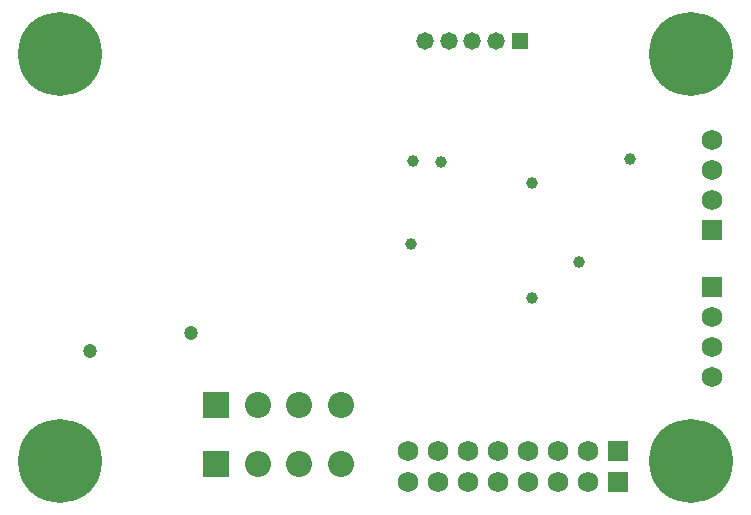
<source format=gbr>
%FSTAX23Y23*%
%MOIN*%
%SFA1B1*%

%IPPOS*%
%ADD39C,0.068000*%
%ADD40R,0.068000X0.068000*%
%ADD41C,0.058000*%
%ADD42R,0.058000X0.058000*%
%ADD43C,0.086740*%
%ADD44R,0.086740X0.086740*%
%ADD45R,0.068000X0.068000*%
%ADD46C,0.279654*%
%ADD47C,0.047370*%
%ADD48C,0.039496*%
%LNpcb1_soldermask_bot-1*%
%LPD*%
G54D39*
X01504Y00073D03*
X01604D03*
X01704D03*
X01904D03*
X01804D03*
X01404D03*
X01304D03*
X01504Y00174D03*
X01604D03*
X01704D03*
X01904D03*
X01804D03*
X01404D03*
X01304D03*
X02316Y00522D03*
Y00622D03*
Y00422D03*
X02318Y01113D03*
Y01013D03*
Y01213D03*
G54D40*
X02004Y00073D03*
Y00174D03*
G54D41*
X01361Y01541D03*
X0144D03*
X01518D03*
X01597D03*
G54D42*
X01676Y01541D03*
G54D43*
X00941Y00131D03*
X00803D03*
Y00328D03*
X00941D03*
X01079D03*
Y00131D03*
G54D44*
X00665Y00131D03*
Y00328D03*
G54D45*
X02316Y00722D03*
X02318Y00913D03*
G54D46*
X00143Y00143D03*
Y015D03*
X02248Y00143D03*
Y015D03*
G54D47*
X0058Y00568D03*
X00245Y00508D03*
G54D48*
X02045Y0115D03*
X01718Y00686D03*
X01412Y0114D03*
X01873Y00806D03*
X01321Y01141D03*
X01314Y00867D03*
X01718Y01068D03*
M02*
</source>
